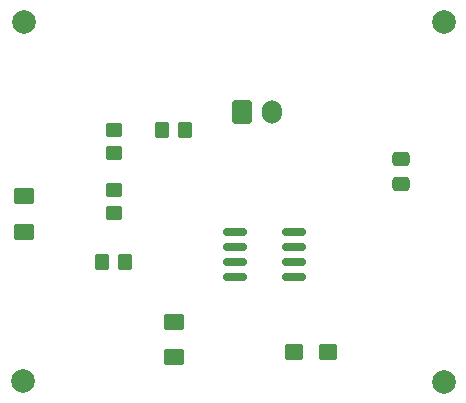
<source format=gbr>
%TF.GenerationSoftware,KiCad,Pcbnew,7.0.10*%
%TF.CreationDate,2024-01-18T11:30:15-08:00*%
%TF.ProjectId,week2,7765656b-322e-46b6-9963-61645f706362,rev?*%
%TF.SameCoordinates,Original*%
%TF.FileFunction,Soldermask,Top*%
%TF.FilePolarity,Negative*%
%FSLAX46Y46*%
G04 Gerber Fmt 4.6, Leading zero omitted, Abs format (unit mm)*
G04 Created by KiCad (PCBNEW 7.0.10) date 2024-01-18 11:30:15*
%MOMM*%
%LPD*%
G01*
G04 APERTURE LIST*
G04 Aperture macros list*
%AMRoundRect*
0 Rectangle with rounded corners*
0 $1 Rounding radius*
0 $2 $3 $4 $5 $6 $7 $8 $9 X,Y pos of 4 corners*
0 Add a 4 corners polygon primitive as box body*
4,1,4,$2,$3,$4,$5,$6,$7,$8,$9,$2,$3,0*
0 Add four circle primitives for the rounded corners*
1,1,$1+$1,$2,$3*
1,1,$1+$1,$4,$5*
1,1,$1+$1,$6,$7*
1,1,$1+$1,$8,$9*
0 Add four rect primitives between the rounded corners*
20,1,$1+$1,$2,$3,$4,$5,0*
20,1,$1+$1,$4,$5,$6,$7,0*
20,1,$1+$1,$6,$7,$8,$9,0*
20,1,$1+$1,$8,$9,$2,$3,0*%
G04 Aperture macros list end*
%ADD10C,2.000000*%
%ADD11RoundRect,0.250000X0.350000X0.450000X-0.350000X0.450000X-0.350000X-0.450000X0.350000X-0.450000X0*%
%ADD12RoundRect,0.150000X-0.825000X-0.150000X0.825000X-0.150000X0.825000X0.150000X-0.825000X0.150000X0*%
%ADD13RoundRect,0.250000X-0.450000X0.350000X-0.450000X-0.350000X0.450000X-0.350000X0.450000X0.350000X0*%
%ADD14RoundRect,0.250001X0.624999X-0.462499X0.624999X0.462499X-0.624999X0.462499X-0.624999X-0.462499X0*%
%ADD15RoundRect,0.250000X-0.537500X-0.425000X0.537500X-0.425000X0.537500X0.425000X-0.537500X0.425000X0*%
%ADD16RoundRect,0.250000X-0.600000X-0.750000X0.600000X-0.750000X0.600000X0.750000X-0.600000X0.750000X0*%
%ADD17O,1.700000X2.000000*%
%ADD18RoundRect,0.250000X0.475000X-0.337500X0.475000X0.337500X-0.475000X0.337500X-0.475000X-0.337500X0*%
G04 APERTURE END LIST*
D10*
%TO.C,REF\u002A\u002A*%
X185420000Y-119380000D03*
%TD*%
D11*
%TO.C,R4*%
X158480000Y-109220000D03*
X156480000Y-109220000D03*
%TD*%
D12*
%TO.C,U1*%
X167770000Y-106680000D03*
X167770000Y-107950000D03*
X167770000Y-109220000D03*
X167770000Y-110490000D03*
X172720000Y-110490000D03*
X172720000Y-109220000D03*
X172720000Y-107950000D03*
X172720000Y-106680000D03*
%TD*%
D13*
%TO.C,R2*%
X157480000Y-98060000D03*
X157480000Y-100060000D03*
%TD*%
D10*
%TO.C,REF\u002A\u002A*%
X149807335Y-119311655D03*
%TD*%
%TO.C,REF\u002A\u002A*%
X149860000Y-88900000D03*
%TD*%
D13*
%TO.C,R3*%
X157480000Y-103140000D03*
X157480000Y-105140000D03*
%TD*%
D14*
%TO.C,D1*%
X149860000Y-106680000D03*
X149860000Y-103705000D03*
%TD*%
D10*
%TO.C,REF\u002A\u002A*%
X185420000Y-88900000D03*
%TD*%
D11*
%TO.C,R1*%
X163560000Y-98060000D03*
X161560000Y-98060000D03*
%TD*%
D14*
%TO.C,D2*%
X162560000Y-117275000D03*
X162560000Y-114300000D03*
%TD*%
D15*
%TO.C,C1*%
X172720000Y-116840000D03*
X175595000Y-116840000D03*
%TD*%
D16*
%TO.C,J1*%
X168367500Y-96520000D03*
D17*
X170867500Y-96520000D03*
%TD*%
D18*
%TO.C,C2*%
X181842500Y-102637500D03*
X181842500Y-100562500D03*
%TD*%
M02*

</source>
